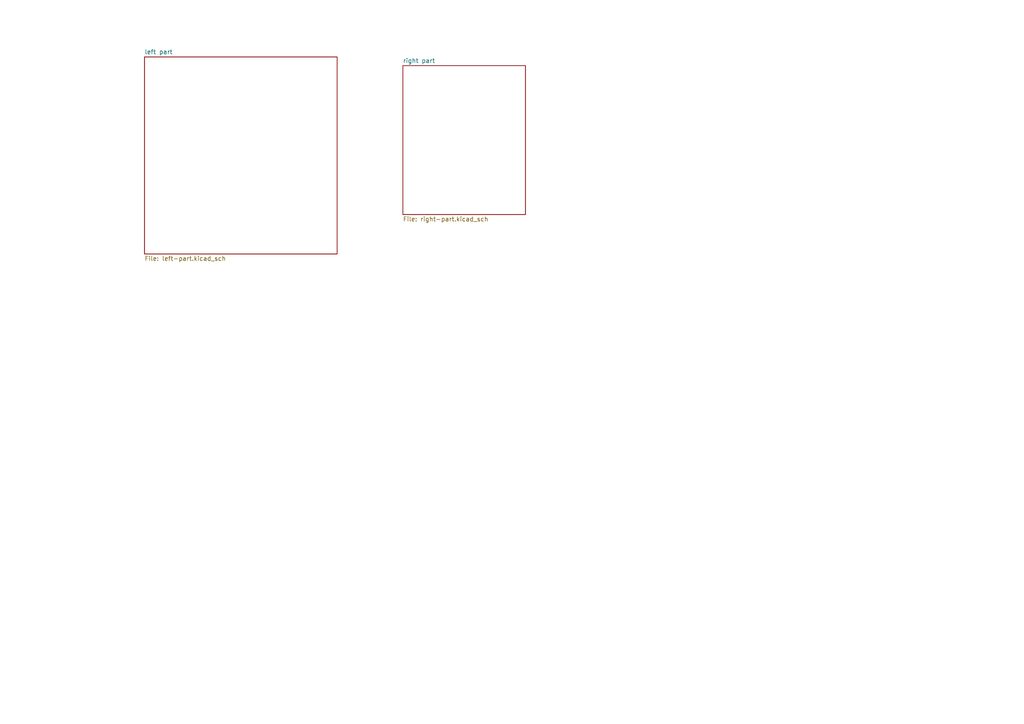
<source format=kicad_sch>
(kicad_sch
	(version 20250114)
	(generator "eeschema")
	(generator_version "9.0")
	(uuid "579b72f4-1d13-459c-a299-e3e510baa469")
	(paper "A4")
	(title_block
		(title "Tim's Jiran mod")
		(rev "1")
		(company "Tim Lukashevich")
	)
	(lib_symbols)
	(sheet
		(at 41.91 16.51)
		(size 55.88 57.15)
		(exclude_from_sim no)
		(in_bom yes)
		(on_board yes)
		(dnp no)
		(fields_autoplaced yes)
		(stroke
			(width 0.1524)
			(type solid)
		)
		(fill
			(color 0 0 0 0.0000)
		)
		(uuid "4723d6d9-488c-4fd0-9659-31c95b2b7519")
		(property "Sheetname" "left part"
			(at 41.91 15.7984 0)
			(effects
				(font
					(size 1.27 1.27)
				)
				(justify left bottom)
			)
		)
		(property "Sheetfile" "left-part.kicad_sch"
			(at 41.91 74.2446 0)
			(effects
				(font
					(size 1.27 1.27)
				)
				(justify left top)
			)
		)
		(instances
			(project "tim_jiran_mod"
				(path "/579b72f4-1d13-459c-a299-e3e510baa469"
					(page "2")
				)
			)
		)
	)
	(sheet
		(at 116.84 19.05)
		(size 35.56 43.18)
		(exclude_from_sim no)
		(in_bom yes)
		(on_board yes)
		(dnp no)
		(fields_autoplaced yes)
		(stroke
			(width 0.1524)
			(type solid)
		)
		(fill
			(color 0 0 0 0.0000)
		)
		(uuid "4a2da270-a6f2-4a20-aff2-467b465800d8")
		(property "Sheetname" "right part"
			(at 116.84 18.3384 0)
			(effects
				(font
					(size 1.27 1.27)
				)
				(justify left bottom)
			)
		)
		(property "Sheetfile" "right-part.kicad_sch"
			(at 116.84 62.8146 0)
			(effects
				(font
					(size 1.27 1.27)
				)
				(justify left top)
			)
		)
		(instances
			(project "tim_jiran_mod"
				(path "/579b72f4-1d13-459c-a299-e3e510baa469"
					(page "3")
				)
			)
		)
	)
	(sheet_instances
		(path "/"
			(page "1")
		)
	)
	(embedded_fonts no)
)

</source>
